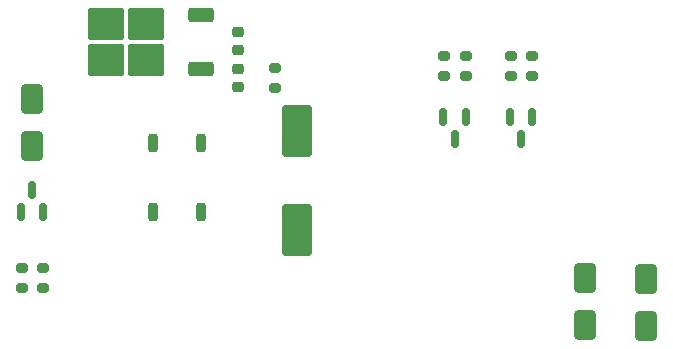
<source format=gbr>
%TF.GenerationSoftware,KiCad,Pcbnew,9.0.6*%
%TF.CreationDate,2025-11-29T13:29:22+01:00*%
%TF.ProjectId,AMN_230V_pcb,414d4e5f-3233-4305-965f-7063622e6b69,rev?*%
%TF.SameCoordinates,Original*%
%TF.FileFunction,Paste,Top*%
%TF.FilePolarity,Positive*%
%FSLAX46Y46*%
G04 Gerber Fmt 4.6, Leading zero omitted, Abs format (unit mm)*
G04 Created by KiCad (PCBNEW 9.0.6) date 2025-11-29 13:29:22*
%MOMM*%
%LPD*%
G01*
G04 APERTURE LIST*
G04 Aperture macros list*
%AMRoundRect*
0 Rectangle with rounded corners*
0 $1 Rounding radius*
0 $2 $3 $4 $5 $6 $7 $8 $9 X,Y pos of 4 corners*
0 Add a 4 corners polygon primitive as box body*
4,1,4,$2,$3,$4,$5,$6,$7,$8,$9,$2,$3,0*
0 Add four circle primitives for the rounded corners*
1,1,$1+$1,$2,$3*
1,1,$1+$1,$4,$5*
1,1,$1+$1,$6,$7*
1,1,$1+$1,$8,$9*
0 Add four rect primitives between the rounded corners*
20,1,$1+$1,$2,$3,$4,$5,0*
20,1,$1+$1,$4,$5,$6,$7,0*
20,1,$1+$1,$6,$7,$8,$9,0*
20,1,$1+$1,$8,$9,$2,$3,0*%
G04 Aperture macros list end*
%ADD10RoundRect,0.150000X0.150000X-0.587500X0.150000X0.587500X-0.150000X0.587500X-0.150000X-0.587500X0*%
%ADD11RoundRect,0.200000X0.275000X-0.200000X0.275000X0.200000X-0.275000X0.200000X-0.275000X-0.200000X0*%
%ADD12RoundRect,0.250000X-0.650000X1.000000X-0.650000X-1.000000X0.650000X-1.000000X0.650000X1.000000X0*%
%ADD13RoundRect,0.200000X-0.275000X0.200000X-0.275000X-0.200000X0.275000X-0.200000X0.275000X0.200000X0*%
%ADD14RoundRect,0.150000X-0.150000X0.587500X-0.150000X-0.587500X0.150000X-0.587500X0.150000X0.587500X0*%
%ADD15RoundRect,0.225000X-0.250000X0.225000X-0.250000X-0.225000X0.250000X-0.225000X0.250000X0.225000X0*%
%ADD16RoundRect,0.200000X-0.200000X0.562500X-0.200000X-0.562500X0.200000X-0.562500X0.200000X0.562500X0*%
%ADD17RoundRect,0.250000X-1.000000X1.950000X-1.000000X-1.950000X1.000000X-1.950000X1.000000X1.950000X0*%
%ADD18RoundRect,0.225000X0.250000X-0.225000X0.250000X0.225000X-0.250000X0.225000X-0.250000X-0.225000X0*%
%ADD19RoundRect,0.250000X1.275000X1.125000X-1.275000X1.125000X-1.275000X-1.125000X1.275000X-1.125000X0*%
%ADD20RoundRect,0.250000X0.850000X0.350000X-0.850000X0.350000X-0.850000X-0.350000X0.850000X-0.350000X0*%
G04 APERTURE END LIST*
D10*
%TO.C,Q3*%
X83600000Y-75025000D03*
X85500000Y-75025000D03*
X84550000Y-73150000D03*
%TD*%
D11*
%TO.C,R2*%
X125050000Y-63450000D03*
X125050000Y-61800000D03*
%TD*%
%TO.C,R1*%
X119400000Y-63450000D03*
X119400000Y-61800000D03*
%TD*%
D12*
%TO.C,D1*%
X131350000Y-80600000D03*
X131350000Y-84600000D03*
%TD*%
D13*
%TO.C,R7*%
X105100000Y-62825000D03*
X105100000Y-64475000D03*
%TD*%
%TO.C,R3*%
X83650000Y-79750000D03*
X83650000Y-81400000D03*
%TD*%
D12*
%TO.C,D3*%
X84500000Y-65450000D03*
X84500000Y-69450000D03*
%TD*%
D14*
%TO.C,Q2*%
X126900000Y-66962500D03*
X125000000Y-66962500D03*
X125950000Y-68837500D03*
%TD*%
D15*
%TO.C,C2*%
X102000000Y-62900000D03*
X102000000Y-64450000D03*
%TD*%
D16*
%TO.C,D4*%
X98800000Y-69150000D03*
X94800000Y-69150000D03*
X94800000Y-75025000D03*
X98800000Y-75025000D03*
%TD*%
D13*
%TO.C,R6*%
X85450000Y-79750000D03*
X85450000Y-81400000D03*
%TD*%
D11*
%TO.C,R4*%
X121250000Y-63450000D03*
X121250000Y-61800000D03*
%TD*%
D14*
%TO.C,Q1*%
X121250000Y-66925000D03*
X119350000Y-66925000D03*
X120300000Y-68800000D03*
%TD*%
D17*
%TO.C,C1*%
X107000000Y-68150000D03*
X107000000Y-76550000D03*
%TD*%
D18*
%TO.C,C3*%
X102000000Y-61275000D03*
X102000000Y-59725000D03*
%TD*%
D12*
%TO.C,D2*%
X136550000Y-80650000D03*
X136550000Y-84650000D03*
%TD*%
D11*
%TO.C,R5*%
X126900000Y-63450000D03*
X126900000Y-61800000D03*
%TD*%
D19*
%TO.C,U1*%
X94175000Y-62155000D03*
X94175000Y-59105000D03*
X90825000Y-62155000D03*
X90825000Y-59105000D03*
D20*
X98800000Y-62910000D03*
X98800000Y-58350000D03*
%TD*%
M02*

</source>
